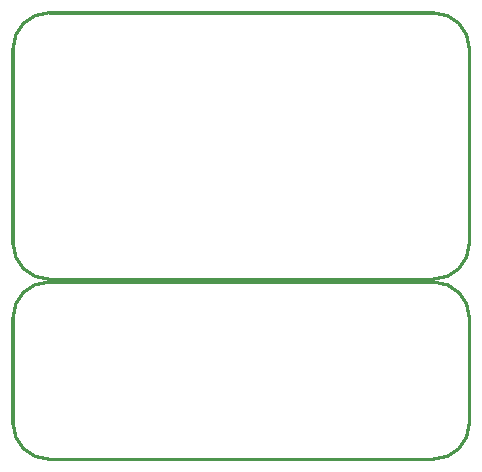
<source format=gbr>
%TF.GenerationSoftware,Altium Limited,Altium Designer,20.0.10 (225)*%
G04 Layer_Color=16711935*
%FSLAX26Y26*%
%MOIN*%
%TF.FileFunction,Other,Mechanical_1*%
%TF.Part,CustomerPanel*%
G01*
G75*
%TA.AperFunction,NonConductor*%
%ADD23C,0.006000*%
%ADD24C,0.010000*%
D23*
X3156111Y4193858D02*
G03*
X3035000Y4314970I-121111J0D01*
G01*
D02*
G03*
X3034976Y4314970I0J-3001D01*
G01*
X3035000Y4314970D02*
G03*
X3034976Y4314970I0J-3001D01*
G01*
X3156111Y3296890D02*
G03*
X3035000Y3418001I-121111J0D01*
G01*
X3035025Y3422865D02*
G03*
X3156111Y3543977I-25J121111D01*
G01*
X3035000Y3422865D02*
G03*
X3035025Y3422865I0J121111D01*
G01*
X3035000Y2822865D02*
G03*
X3156111Y2943976I0J121111D01*
G01*
X3035000Y3422865D02*
G03*
X3035025Y3422865I0J3001D01*
G01*
X3035000Y3422865D02*
G03*
X3035025Y3422865I0J3001D01*
G01*
X1751954Y4314970D02*
G03*
X1751929Y4314970I-24J-3001D01*
G01*
X1751954Y4314970D02*
G03*
X1751929Y4314970I-24J-3001D01*
G01*
D02*
G03*
X1630818Y4193858I0J-121111D01*
G01*
Y3543977D02*
G03*
X1630818Y3543952I3001J0D01*
G01*
X1751894Y3422865D02*
G03*
X1751929Y3422865I35J121111D01*
G01*
X1630818Y3543952D02*
G03*
X1751894Y3422865I121111J25D01*
G01*
X1630818Y3543977D02*
G03*
X1630818Y3543952I121111J0D01*
G01*
X1751894Y3422865D02*
G03*
X1751929Y3422865I35J3001D01*
G01*
Y3418001D02*
G03*
X1630818Y3296890I0J-121111D01*
G01*
X1751894Y3422865D02*
G03*
X1751929Y3422865I35J3001D01*
G01*
X1630818Y2943976D02*
G03*
X1751929Y2822865I121111J0D01*
G01*
X2930000Y3420000D02*
X3035000D01*
X2400000D02*
X2810000D01*
X1930000D02*
X2280000D01*
X1751929D02*
X1810000D01*
X3156111Y3543977D02*
Y4193858D01*
X3034976Y4314970D02*
X3035000D01*
X1751954D02*
X3034976D01*
X1751929D02*
X1751954D01*
X3156111Y2943976D02*
Y3296890D01*
X1630818Y3543977D02*
Y4193858D01*
X1751929Y2822865D02*
X3035000D01*
X1630818Y2943976D02*
Y3296890D01*
D24*
X1633819Y2943976D02*
G03*
X1751929Y2825866I118110J0D01*
G01*
X3035000D02*
G03*
X3153110Y2943976I0J118110D01*
G01*
Y3296890D02*
G03*
X3035000Y3415000I-118110J0D01*
G01*
X1751929D02*
G03*
X1633819Y3296890I0J-118110D01*
G01*
X3153110Y2943976D02*
Y3296890D01*
X1751929Y2825866D02*
X3035000D01*
X1751929Y3415000D02*
X3035000D01*
X1633819Y2943976D02*
Y3296890D01*
X3035000Y3425866D02*
G03*
X3153110Y3543977I0J118110D01*
G01*
X1633819D02*
G03*
X1751929Y3425866I118110J0D01*
G01*
X3153110Y4193858D02*
G03*
X3035000Y4311969I-118110J0D01*
G01*
X1751929D02*
G03*
X1633819Y4193858I0J-118110D01*
G01*
X3153110Y3543977D02*
Y4193858D01*
X1751929Y3425866D02*
X3035000D01*
X1633819Y3543977D02*
Y4191969D01*
X1751929Y4311968D02*
X3035000D01*
%TF.MD5,02e948027b113bade75a450dbdfed89c*%
M02*

</source>
